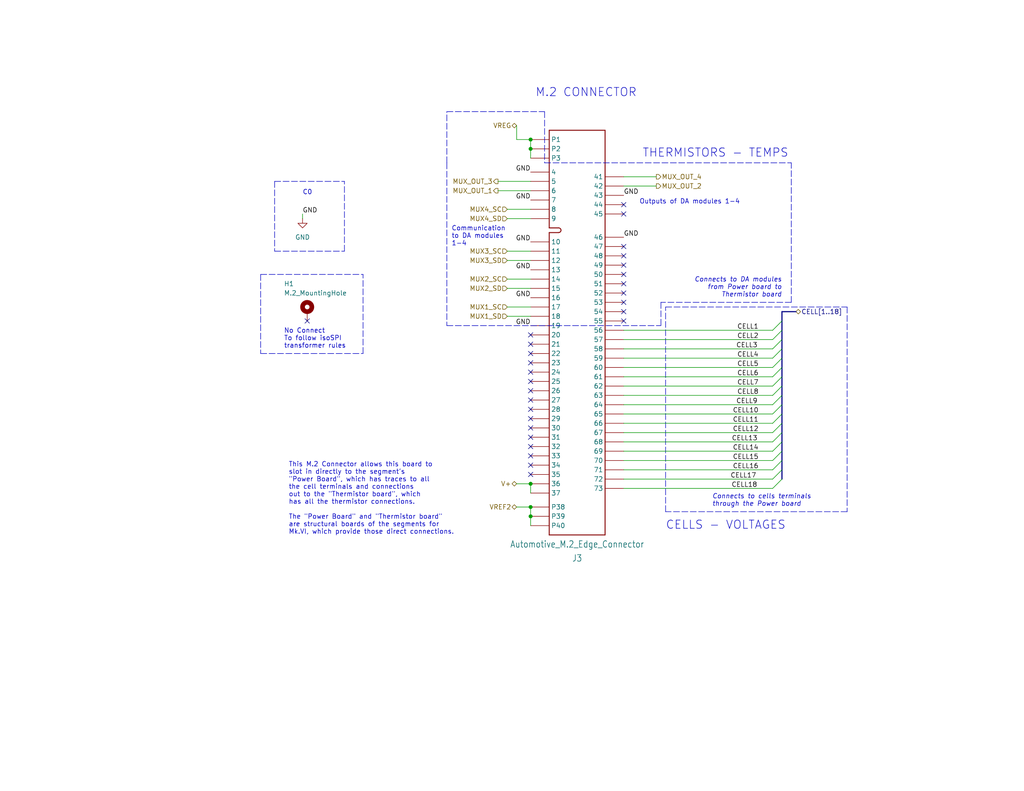
<source format=kicad_sch>
(kicad_sch (version 20211123) (generator eeschema)
  (paper "A")
  (title_block (title "Peripheral | Power Board M.2 Connector") (date "2022-12-04") (rev "0") (company "Olin Electric Motorsports"))
  (lib_symbols
    (symbol "formula:Automotive_M.2_Edge_Connector"
      (property "Reference" "J?" (at 1.27 49.53 0))
      (property "Value" "Automotive_M.2_Edge_Connector" (at 7.62 45.72 0))
      (symbol "Automotive_M.2_Edge_Connector_0_1"
        (arc (start -5.0436 15.2415) (mid -4.4198 15.8765) (end -5.0436 16.5115) (stroke (width 0.25)))
        (polyline (pts (xy -7.62 15.24) (xy -5.08 15.24)) (stroke (width 0.25)))
        (polyline (pts (xy -7.62 16.51) (xy -5.08 16.51)) (stroke (width 0.25)))
        (polyline (pts (xy -7.62 43.18) (xy -7.62 16.51)) (stroke (width 0.25)))
        (polyline (pts (xy 7.62 -67.31) (xy -7.62 -67.31)) (stroke (width 0.25)))
      )
      (symbol "Automotive_M.2_Edge_Connector_1_0"
        (polyline (pts (xy -7.62 -67.31) (xy -7.62 15.24)) (stroke (width 0.254)))
        (polyline (pts (xy 7.62 43.18) (xy -7.62 43.18)) (stroke (width 0.254)))
        (polyline (pts (xy 7.62 43.18) (xy 7.62 -67.31)) (stroke (width 0.254)))
        (pin bidirectional line (at -12.7 12.7 0) (length 5.08) (name "10") (number "10"))
        (pin bidirectional line (at -12.7 10.16 0) (length 5.08) (name "11") (number "11"))
        (pin bidirectional line (at -12.7 7.62 0) (length 5.08) (name "12") (number "12"))
        (pin bidirectional line (at -12.7 5.08 0) (length 5.08) (name "13") (number "13"))
        (pin bidirectional line (at -12.7 2.54 0) (length 5.08) (name "14") (number "14"))
        (pin bidirectional line (at -12.7 0 0) (length 5.08) (name "15") (number "15"))
        (pin bidirectional line (at -12.7 -2.54 0) (length 5.08) (name "16") (number "16"))
        (pin bidirectional line (at -12.7 -5.08 0) (length 5.08) (name "17") (number "17"))
        (pin bidirectional line (at -12.7 -7.62 0) (length 5.08) (name "18") (number "18"))
        (pin bidirectional line (at -12.7 -10.16 0) (length 5.08) (name "19") (number "19"))
        (pin bidirectional line (at -12.7 -12.7 0) (length 5.08) (name "20") (number "20"))
        (pin bidirectional line (at -12.7 -15.24 0) (length 5.08) (name "21") (number "21"))
        (pin bidirectional line (at -12.7 -17.78 0) (length 5.08) (name "22") (number "22"))
        (pin bidirectional line (at -12.7 -20.32 0) (length 5.08) (name "23") (number "23"))
        (pin bidirectional line (at -12.7 -22.86 0) (length 5.08) (name "24") (number "24"))
        (pin bidirectional line (at -12.7 -25.4 0) (length 5.08) (name "25") (number "25"))
        (pin bidirectional line (at -12.7 -27.94 0) (length 5.08) (name "26") (number "26"))
        (pin bidirectional line (at -12.7 -30.48 0) (length 5.08) (name "27") (number "27"))
        (pin bidirectional line (at -12.7 -33.02 0) (length 5.08) (name "28") (number "28"))
        (pin bidirectional line (at -12.7 -35.56 0) (length 5.08) (name "29") (number "29"))
        (pin bidirectional line (at -12.7 -38.1 0) (length 5.08) (name "30") (number "30"))
        (pin bidirectional line (at -12.7 -40.64 0) (length 5.08) (name "31") (number "31"))
        (pin bidirectional line (at -12.7 -43.18 0) (length 5.08) (name "32") (number "32"))
        (pin bidirectional line (at -12.7 -45.72 0) (length 5.08) (name "33") (number "33"))
        (pin bidirectional line (at -12.7 -48.26 0) (length 5.08) (name "34") (number "34"))
        (pin bidirectional line (at -12.7 -50.8 0) (length 5.08) (name "35") (number "35"))
        (pin bidirectional line (at -12.7 -53.34 0) (length 5.08) (name "36") (number "36"))
        (pin bidirectional line (at -12.7 -55.88 0) (length 5.08) (name "37") (number "37"))
        (pin bidirectional line (at -12.7 31.75 0) (length 5.08) (name "4") (number "4"))
        (pin bidirectional line (at 12.7 30.48 180) (length 5.08) (name "41") (number "41"))
        (pin bidirectional line (at 12.7 27.94 180) (length 5.08) (name "42") (number "42"))
        (pin bidirectional line (at 12.7 25.4 180) (length 5.08) (name "43") (number "43"))
        (pin bidirectional line (at 12.7 22.86 180) (length 5.08) (name "44") (number "44"))
        (pin bidirectional line (at 12.7 20.32 180) (length 5.08) (name "45") (number "45"))
        (pin bidirectional line (at 12.7 13.97 180) (length 5.08) (name "46") (number "46"))
        (pin bidirectional line (at 12.7 11.43 180) (length 5.08) (name "47") (number "47"))
        (pin bidirectional line (at 12.7 8.89 180) (length 5.08) (name "48") (number "48"))
        (pin bidirectional line (at 12.7 6.35 180) (length 5.08) (name "49") (number "49"))
        (pin bidirectional line (at -12.7 29.21 0) (length 5.08) (name "5") (number "5"))
        (pin bidirectional line (at 12.7 3.81 180) (length 5.08) (name "50") (number "50"))
        (pin bidirectional line (at 12.7 1.27 180) (length 5.08) (name "51") (number "51"))
        (pin bidirectional line (at 12.7 -1.27 180) (length 5.08) (name "52") (number "52"))
        (pin bidirectional line (at 12.7 -3.81 180) (length 5.08) (name "53") (number "53"))
        (pin bidirectional line (at 12.7 -6.35 180) (length 5.08) (name "54") (number "54"))
        (pin bidirectional line (at 12.7 -8.89 180) (length 5.08) (name "55") (number "55"))
        (pin bidirectional line (at 12.7 -11.43 180) (length 5.08) (name "56") (number "56"))
        (pin bidirectional line (at 12.7 -13.97 180) (length 5.08) (name "57") (number "57"))
        (pin bidirectional line (at 12.7 -16.51 180) (length 5.08) (name "58") (number "58"))
        (pin bidirectional line (at 12.7 -19.05 180) (length 5.08) (name "59") (number "59"))
        (pin bidirectional line (at -12.7 26.67 0) (length 5.08) (name "6") (number "6"))
        (pin bidirectional line (at 12.7 -21.59 180) (length 5.08) (name "60") (number "60"))
        (pin bidirectional line (at 12.7 -24.13 180) (length 5.08) (name "61") (number "61"))
        (pin bidirectional line (at 12.7 -26.67 180) (length 5.08) (name "62") (number "62"))
        (pin bidirectional line (at 12.7 -29.21 180) (length 5.08) (name "63") (number "63"))
        (pin bidirectional line (at 12.7 -31.75 180) (length 5.08) (name "64") (number "64"))
        (pin bidirectional line (at 12.7 -34.29 180) (length 5.08) (name "65") (number "65"))
        (pin bidirectional line (at 12.7 -36.83 180) (length 5.08) (name "66") (number "66"))
        (pin bidirectional line (at 12.7 -39.37 180) (length 5.08) (name "67") (number "67"))
        (pin bidirectional line (at 12.7 -41.91 180) (length 5.08) (name "68") (number "68"))
        (pin bidirectional line (at 12.7 -44.45 180) (length 5.08) (name "69") (number "69"))
        (pin bidirectional line (at -12.7 24.13 0) (length 5.08) (name "7") (number "7"))
        (pin bidirectional line (at 12.7 -46.99 180) (length 5.08) (name "70") (number "70"))
        (pin bidirectional line (at 12.7 -49.53 180) (length 5.08) (name "71") (number "71"))
        (pin bidirectional line (at 12.7 -52.07 180) (length 5.08) (name "72") (number "72"))
        (pin bidirectional line (at 12.7 -54.61 180) (length 5.08) (name "73") (number "73"))
        (pin bidirectional line (at -12.7 21.59 0) (length 5.08) (name "8") (number "8"))
        (pin bidirectional line (at -12.7 19.05 0) (length 5.08) (name "9") (number "9"))
        (pin bidirectional line (at -12.7 40.64 0) (length 5.08) (name "P1") (number "P1"))
        (pin bidirectional line (at -12.7 38.1 0) (length 5.08) (name "P2") (number "P2"))
        (pin bidirectional line (at -12.7 35.56 0) (length 5.08) (name "P3") (number "P3"))
        (pin bidirectional line (at -12.7 -59.69 0) (length 5.08) (name "P38") (number "P38"))
        (pin bidirectional line (at -12.7 -62.23 0) (length 5.08) (name "P39") (number "P39"))
        (pin bidirectional line (at -12.7 -64.77 0) (length 5.08) (name "P40") (number "P40"))
      )
    )
    (symbol "formula:M.2_MountingHole" (pin_numbers hide) (pin_names (offset 1.016) hide)
      (property "Reference" "H" (at 0 6.35 0))
      (property "Value" "M.2_MountingHole" (at 0 4.445 0))
      (symbol "M.2_MountingHole_0_1"
        (circle (center 0 1.27) (radius 1.27) (stroke (width 1.27)))
      )
      (symbol "M.2_MountingHole_1_1"
        (pin input line (at 0 -2.54 90) (length 2.54) (name "1") (number "1"))
      )
    )
    (symbol "power:GND" (power) (pin_names (offset 0))
      (property "Value" "GND" (at 0 -3.81 0))
      (symbol "GND_0_1"
        (polyline (pts (xy 0 0) (xy 0 -1.27) (xy 1.27 -1.27) (xy 0 -2.54) (xy -1.27 -1.27) (xy 0 -1.27)))
      )
      (symbol "GND_1_1"
        (pin power_in line (at 0 0 270) (length 0) hide (name "GND") (number "1"))
      )
    )
  )
  (junction (at 144.78 38.1))
  (junction (at 144.78 138.43))
  (junction (at 144.78 40.64))
  (junction (at 144.78 140.97))
  (junction (at 144.78 132.08))
  (no_connect (at 170.18 82.55))
  (no_connect (at 170.18 85.09))
  (no_connect (at 170.18 69.85))
  (no_connect (at 170.18 55.88))
  (no_connect (at 170.18 58.42))
  (no_connect (at 170.18 74.93))
  (no_connect (at 170.18 67.31))
  (no_connect (at 170.18 77.47))
  (no_connect (at 83.82 87.63))
  (no_connect (at 170.18 80.01))
  (no_connect (at 144.78 114.3))
  (no_connect (at 144.78 116.84))
  (no_connect (at 144.78 119.38))
  (no_connect (at 144.78 121.92))
  (no_connect (at 144.78 124.46))
  (no_connect (at 144.78 127))
  (no_connect (at 144.78 129.54))
  (no_connect (at 170.18 72.39))
  (no_connect (at 170.18 87.63))
  (no_connect (at 144.78 91.44))
  (no_connect (at 144.78 93.98))
  (no_connect (at 144.78 96.52))
  (no_connect (at 144.78 99.06))
  (no_connect (at 144.78 101.6))
  (no_connect (at 144.78 104.14))
  (no_connect (at 144.78 106.68))
  (no_connect (at 144.78 109.22))
  (no_connect (at 144.78 111.76))
  (bus_entry (at 213.36 102.87) (size -2.54 2.54))
  (bus_entry (at 213.36 95.25) (size -2.54 2.54))
  (bus_entry (at 213.36 105.41) (size -2.54 2.54))
  (bus_entry (at 213.36 130.81) (size -2.54 2.54))
  (bus_entry (at 213.36 97.79) (size -2.54 2.54))
  (bus_entry (at 213.36 123.19) (size -2.54 2.54))
  (bus_entry (at 213.36 110.49) (size -2.54 2.54))
  (bus_entry (at 213.36 113.03) (size -2.54 2.54))
  (bus_entry (at 213.36 92.71) (size -2.54 2.54))
  (bus_entry (at 213.36 125.73) (size -2.54 2.54))
  (bus_entry (at 213.36 100.33) (size -2.54 2.54))
  (bus_entry (at 213.36 87.63) (size -2.54 2.54))
  (bus_entry (at 213.36 90.17) (size -2.54 2.54))
  (bus_entry (at 213.36 115.57) (size -2.54 2.54))
  (bus_entry (at 213.36 120.65) (size -2.54 2.54))
  (bus_entry (at 213.36 118.11) (size -2.54 2.54))
  (bus_entry (at 213.36 107.95) (size -2.54 2.54))
  (bus_entry (at 213.36 128.27) (size -2.54 2.54))
  (wire (pts (xy 210.82 110.49) (xy 170.18 110.49)))
  (polyline (pts (xy 215.9 82.55) (xy 180.34 82.55)))
  (wire (pts (xy 135.89 52.07) (xy 144.78 52.07)))
  (bus (pts (xy 213.36 87.63) (xy 213.36 90.17)))
  (wire (pts (xy 210.82 133.35) (xy 170.18 133.35)))
  (bus (pts (xy 213.36 90.17) (xy 213.36 92.71)))
  (bus (pts (xy 213.36 120.65) (xy 213.36 123.19)))
  (bus (pts (xy 213.36 115.57) (xy 213.36 118.11)))
  (wire (pts (xy 140.97 38.1) (xy 144.78 38.1)))
  (polyline (pts (xy 121.92 44.45) (xy 121.92 88.9)))
  (wire (pts (xy 138.43 57.15) (xy 144.78 57.15)))
  (polyline (pts (xy 74.93 49.53) (xy 93.98 49.53)))
  (polyline (pts (xy 71.12 96.52) (xy 99.06 96.52)))
  (wire (pts (xy 138.43 71.12) (xy 144.78 71.12)))
  (wire (pts (xy 210.82 107.95) (xy 170.18 107.95)))
  (polyline (pts (xy 121.92 44.45) (xy 121.92 30.48)))
  (polyline (pts (xy 215.9 82.55) (xy 215.9 44.45)))
  (polyline (pts (xy 121.92 30.48) (xy 148.59 30.48)))
  (polyline (pts (xy 74.93 49.53) (xy 74.93 68.58)))
  (bus (pts (xy 213.36 102.87) (xy 213.36 105.41)))
  (polyline (pts (xy 99.06 96.52) (xy 99.06 74.93)))
  (bus (pts (xy 213.36 100.33) (xy 213.36 102.87)))
  (wire (pts (xy 210.82 97.79) (xy 170.18 97.79)))
  (bus (pts (xy 213.36 123.19) (xy 213.36 125.73)))
  (polyline (pts (xy 148.59 44.45) (xy 215.9 44.45)))
  (wire (pts (xy 82.55 58.42) (xy 82.55 59.69)))
  (polyline (pts (xy 181.61 139.7) (xy 181.61 83.82)))
  (bus (pts (xy 213.36 125.73) (xy 213.36 128.27)))
  (wire (pts (xy 210.82 100.33) (xy 170.18 100.33)))
  (wire (pts (xy 210.82 123.19) (xy 170.18 123.19)))
  (wire (pts (xy 140.97 132.08) (xy 144.78 132.08)))
  (wire (pts (xy 210.82 120.65) (xy 170.18 120.65)))
  (wire (pts (xy 135.89 49.53) (xy 144.78 49.53)))
  (wire (pts (xy 140.97 34.29) (xy 140.97 38.1)))
  (bus (pts (xy 213.36 118.11) (xy 213.36 120.65)))
  (bus (pts (xy 213.36 95.25) (xy 213.36 97.79)))
  (wire (pts (xy 179.07 50.8) (xy 170.18 50.8)))
  (bus (pts (xy 217.17 85.09) (xy 213.36 85.09)))
  (wire (pts (xy 210.82 118.11) (xy 170.18 118.11)))
  (wire (pts (xy 210.82 105.41) (xy 170.18 105.41)))
  (polyline (pts (xy 231.14 139.7) (xy 181.61 139.7)))
  (wire (pts (xy 144.78 40.64) (xy 144.78 43.18)))
  (polyline (pts (xy 93.98 68.58) (xy 93.98 49.53)))
  (bus (pts (xy 213.36 113.03) (xy 213.36 115.57)))
  (wire (pts (xy 210.82 128.27) (xy 170.18 128.27)))
  (polyline (pts (xy 181.61 83.82) (xy 231.14 83.82)))
  (polyline (pts (xy 71.12 74.93) (xy 71.12 96.52)))
  (polyline (pts (xy 121.92 88.9) (xy 180.34 88.9)))
  (bus (pts (xy 213.36 97.79) (xy 213.36 100.33)))
  (wire (pts (xy 210.82 113.03) (xy 170.18 113.03)))
  (polyline (pts (xy 148.59 30.48) (xy 148.59 44.45)))
  (polyline (pts (xy 74.93 68.58) (xy 93.98 68.58)))
  (wire (pts (xy 138.43 83.82) (xy 144.78 83.82)))
  (wire (pts (xy 179.07 48.26) (xy 170.18 48.26)))
  (wire (pts (xy 140.97 138.43) (xy 144.78 138.43)))
  (polyline (pts (xy 71.12 74.93) (xy 99.06 74.93)))
  (wire (pts (xy 138.43 86.36) (xy 144.78 86.36)))
  (polyline (pts (xy 231.14 83.82) (xy 231.14 139.7)))
  (wire (pts (xy 138.43 68.58) (xy 144.78 68.58)))
  (bus (pts (xy 213.36 107.95) (xy 213.36 110.49)))
  (wire (pts (xy 144.78 132.08) (xy 144.78 134.62)))
  (bus (pts (xy 213.36 92.71) (xy 213.36 95.25)))
  (bus (pts (xy 213.36 85.09) (xy 213.36 87.63)))
  (wire (pts (xy 144.78 38.1) (xy 144.78 40.64)))
  (wire (pts (xy 210.82 115.57) (xy 170.18 115.57)))
  (wire (pts (xy 144.78 138.43) (xy 144.78 140.97)))
  (wire (pts (xy 210.82 95.25) (xy 170.18 95.25)))
  (wire (pts (xy 210.82 90.17) (xy 170.18 90.17)))
  (bus (pts (xy 213.36 105.41) (xy 213.36 107.95)))
  (bus (pts (xy 213.36 110.49) (xy 213.36 113.03)))
  (bus (pts (xy 213.36 128.27) (xy 213.36 130.81)))
  (wire (pts (xy 210.82 125.73) (xy 170.18 125.73)))
  (wire (pts (xy 144.78 140.97) (xy 144.78 143.51)))
  (wire (pts (xy 138.43 78.74) (xy 144.78 78.74)))
  (wire (pts (xy 138.43 76.2) (xy 144.78 76.2)))
  (wire (pts (xy 210.82 92.71) (xy 170.18 92.71)))
  (wire (pts (xy 210.82 130.81) (xy 170.18 130.81)))
  (wire (pts (xy 210.82 102.87) (xy 170.18 102.87)))
  (polyline (pts (xy 180.34 82.55) (xy 180.34 88.9)))
  (wire (pts (xy 138.43 59.69) (xy 144.78 59.69)))
  (text "C0" (at 82.55 53.34 0) (effects (font (size 1.27 1.27)) (justify left bottom)))
  (text "This M.2 Connector allows this board to\nslot in directly to the segment's\n\"Power Board\", which has traces to all\nthe cell terminals and connections\nout to the \"Thermistor board\", which\nhas all the thermistor connections.\n\nThe \"Power Board\" and \"Thermistor board\"\nare structural boards of the segments for\nMk.VI, which provide those direct connections." (at 78.74 146.05 0) (effects (font (size 1.27 1.27)) (justify left bottom)))
  (text "Connects to DA modules\nfrom Power board to\nThermistor board" (at 213.36 81.28 0) (effects (font (size 1.27 1.27) italic) (justify right bottom)))
  (text "No Connect\nTo follow isoSPI\ntransformer rules" (at 77.47 95.25 0) (effects (font (size 1.27 1.27)) (justify left bottom)))
  (text "Communication\nto DA modules\n1-4" (at 123.19 67.31 0) (effects (font (size 1.27 1.27)) (justify left bottom)))
  (text "Connects to cells terminals\nthrough the Power board" (at 194.31 138.43 0) (effects (font (size 1.27 1.27) italic) (justify left bottom)))
  (text "THERMISTORS - TEMPS" (at 175.26 43.18 0) (effects (font (size 2.2606 2.2606)) (justify left bottom)))
  (text "M.2 CONNECTOR" (at 146.05 26.67 0) (effects (font (size 2.2606 2.2606)) (justify left bottom)))
  (text "CELLS - VOLTAGES" (at 181.61 144.78 0) (effects (font (size 2.2606 2.2606)) (justify left bottom)))
  (text "Outputs of DA modules 1-4" (at 201.93 55.88 180) (effects (font (size 1.27 1.27)) (justify right bottom)))
  (label "CELL9" (at 206.7315 110.49 180))
  (label "CELL1" (at 207.01 90.17 180))
  (label "CELL2" (at 207.01 92.71 180))
  (label "GND" (at 144.78 46.99 180))
  (label "CELL4" (at 207.01 97.79 180))
  (label "CELL10" (at 207.01 113.03 180))
  (label "CELL6" (at 207.01 102.87 180))
  (label "CELL7" (at 207.01 105.41 180))
  (label "GND" (at 144.78 54.61 180))
  (label "GND" (at 170.18 53.34 0))
  (label "CELL15" (at 207.01 125.73 180))
  (label "CELL5" (at 207.01 100.33 180))
  (label "GND" (at 82.55 58.42 0))
  (label "GND" (at 144.78 88.9 180))
  (label "CELL8" (at 207.01 107.95 180))
  (label "GND" (at 144.78 81.28 180))
  (label "CELL16" (at 207.01 128.27 180))
  (label "CELL18" (at 206.6609 133.35 180))
  (label "GND" (at 170.18 64.77 0))
  (label "CELL17" (at 206.3824 130.81 180))
  (label "GND" (at 144.78 73.66 180))
  (label "CELL11" (at 207.01 115.57 180))
  (label "CELL3" (at 206.7315 95.25 180))
  (label "CELL12" (at 207.01 118.11 180))
  (label "GND" (at 144.78 66.04 180))
  (label "CELL13" (at 206.7315 120.65 180))
  (label "CELL14" (at 207.01 123.19 180))
  (hierarchical_label "MUX_OUT_3" (shape output) (at 135.89 49.53 180))
  (hierarchical_label "MUX4_SD" (shape input) (at 138.43 59.69 180))
  (hierarchical_label "MUX_OUT_2" (shape output) (at 179.07 50.8 0))
  (hierarchical_label "MUX4_SC" (shape input) (at 138.43 57.15 180))
  (hierarchical_label "MUX1_SD" (shape input) (at 138.43 86.36 180))
  (hierarchical_label "V+" (shape bidirectional) (at 140.97 132.08 180))
  (hierarchical_label "MUX1_SC" (shape input) (at 138.43 83.82 180))
  (hierarchical_label "VREF2" (shape bidirectional) (at 140.97 138.43 180))
  (hierarchical_label "MUX_OUT_1" (shape output) (at 135.89 52.07 180))
  (hierarchical_label "MUX3_SD" (shape input) (at 138.43 71.12 180))
  (hierarchical_label "MUX2_SC" (shape input) (at 138.43 76.2 180))
  (hierarchical_label "VREG" (shape bidirectional) (at 140.97 34.29 180))
  (hierarchical_label "MUX2_SD" (shape input) (at 138.43 78.74 180))
  (hierarchical_label "MUX_OUT_4" (shape output) (at 179.07 48.26 0))
  (hierarchical_label "MUX3_SC" (shape input) (at 138.43 68.58 180))
  (hierarchical_label "CELL[1..18]" (shape bidirectional) (at 217.17 85.09 0))
  (symbol (lib_id "formula:M.2_MountingHole") (at 83.82 85.09 0) (unit 1)
    (property "Reference" "H1" (at 77.47 77.47 0) (effects (justify left)))
    (property "Value" "M.2_MountingHole" (at 77.47 80.01 0) (effects (justify left)))
    (property "Footprint" "OEM:M.2_Mount" (effects hide))
  )
  (symbol (lib_id "formula:Automotive_M.2_Edge_Connector") (at 157.48 78.74 0) (unit 1)
    (property "Reference" "J3" (at 157.48 152.4 0) (effects (font (size 1.778 1.5113))))
    (property "Value" "Automotive_M.2_Edge_Connector" (at 157.48 148.59 0) (effects (font (size 1.778 1.5113))))
    (property "Footprint" "footprints:Automotive_M.2_Edge_Connector" (effects hide))
  )
  (symbol (lib_id "power:GND") (at 82.55 59.69 0) (unit 1)
    (property "Reference" "#PWR?" (effects hide))
    (property "Value" "GND" (at 82.55 64.77 0))
  )
)
</source>
